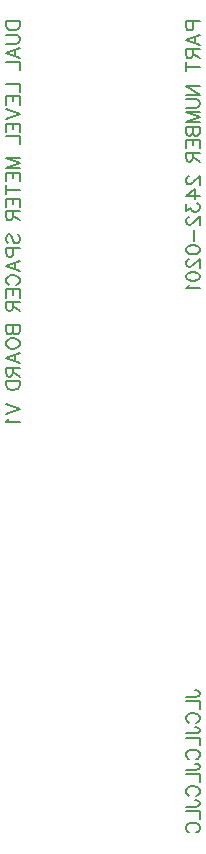
<source format=gbo>
G04 Layer: BottomSilkscreenLayer*
G04 EasyEDA v6.5.23, 2023-06-01 15:37:06*
G04 43306e0f0007461cbf8c976e7c11b117,5a6b42c53f6a479593ecc07194224c93,10*
G04 Gerber Generator version 0.2*
G04 Scale: 100 percent, Rotated: No, Reflected: No *
G04 Dimensions in millimeters *
G04 leading zeros omitted , absolute positions ,4 integer and 5 decimal *
%FSLAX45Y45*%
%MOMM*%

%ADD10C,0.2032*%

%LPD*%
D10*
X1720344Y2536192D02*
G01*
X1807720Y2536192D01*
X1823976Y2541780D01*
X1829564Y2547114D01*
X1834898Y2558036D01*
X1834898Y2568958D01*
X1829564Y2579880D01*
X1823976Y2585468D01*
X1807720Y2590802D01*
X1796798Y2590802D01*
X1720344Y2500378D02*
G01*
X1834898Y2500378D01*
X1834898Y2500378D02*
G01*
X1834898Y2434846D01*
X1747776Y2316990D02*
G01*
X1736854Y2322324D01*
X1725932Y2333246D01*
X1720344Y2344168D01*
X1720344Y2366012D01*
X1725932Y2376934D01*
X1736854Y2387856D01*
X1747776Y2393444D01*
X1764032Y2398778D01*
X1791210Y2398778D01*
X1807720Y2393444D01*
X1818642Y2387856D01*
X1829564Y2376934D01*
X1834898Y2366012D01*
X1834898Y2344168D01*
X1829564Y2333246D01*
X1818642Y2322324D01*
X1807720Y2316990D01*
X1720344Y2226566D02*
G01*
X1807720Y2226566D01*
X1823976Y2231900D01*
X1829564Y2237234D01*
X1834898Y2248156D01*
X1834898Y2259078D01*
X1829564Y2270000D01*
X1823976Y2275588D01*
X1807720Y2280922D01*
X1796798Y2280922D01*
X1720344Y2190498D02*
G01*
X1834898Y2190498D01*
X1834898Y2190498D02*
G01*
X1834898Y2124966D01*
X1747776Y2007110D02*
G01*
X1736854Y2012698D01*
X1725932Y2023620D01*
X1720344Y2034542D01*
X1720344Y2056132D01*
X1725932Y2067054D01*
X1736854Y2077976D01*
X1747776Y2083564D01*
X1764032Y2088898D01*
X1791210Y2088898D01*
X1807720Y2083564D01*
X1818642Y2077976D01*
X1829564Y2067054D01*
X1834898Y2056132D01*
X1834898Y2034542D01*
X1829564Y2023620D01*
X1818642Y2012698D01*
X1807720Y2007110D01*
X1720344Y1916686D02*
G01*
X1807720Y1916686D01*
X1823976Y1922020D01*
X1829564Y1927608D01*
X1834898Y1938530D01*
X1834898Y1949452D01*
X1829564Y1960374D01*
X1823976Y1965708D01*
X1807720Y1971042D01*
X1796798Y1971042D01*
X1720344Y1880618D02*
G01*
X1834898Y1880618D01*
X1834898Y1880618D02*
G01*
X1834898Y1815086D01*
X1747776Y1697230D02*
G01*
X1736854Y1702818D01*
X1725932Y1713740D01*
X1720344Y1724662D01*
X1720344Y1746506D01*
X1725932Y1757428D01*
X1736854Y1768350D01*
X1747776Y1773684D01*
X1764032Y1779272D01*
X1791210Y1779272D01*
X1807720Y1773684D01*
X1818642Y1768350D01*
X1829564Y1757428D01*
X1834898Y1746506D01*
X1834898Y1724662D01*
X1829564Y1713740D01*
X1818642Y1702818D01*
X1807720Y1697230D01*
X1720344Y1606806D02*
G01*
X1807720Y1606806D01*
X1823976Y1612140D01*
X1829564Y1617728D01*
X1834898Y1628650D01*
X1834898Y1639572D01*
X1829564Y1650494D01*
X1823976Y1655828D01*
X1807720Y1661416D01*
X1796798Y1661416D01*
X1720344Y1570738D02*
G01*
X1834898Y1570738D01*
X1834898Y1570738D02*
G01*
X1834898Y1505460D01*
X1747776Y1387604D02*
G01*
X1736854Y1392938D01*
X1725932Y1403860D01*
X1720344Y1414782D01*
X1720344Y1436626D01*
X1725932Y1447548D01*
X1736854Y1458470D01*
X1747776Y1463804D01*
X1764032Y1469392D01*
X1791210Y1469392D01*
X1807720Y1463804D01*
X1818642Y1458470D01*
X1829564Y1447548D01*
X1834898Y1436626D01*
X1834898Y1414782D01*
X1829564Y1403860D01*
X1818642Y1392938D01*
X1807720Y1387604D01*
X196410Y8255000D02*
G01*
X310954Y8255000D01*
X196410Y8255000D02*
G01*
X196410Y8216818D01*
X201863Y8200453D01*
X212773Y8189546D01*
X223682Y8184090D01*
X240045Y8178637D01*
X267317Y8178637D01*
X283682Y8184090D01*
X294591Y8189546D01*
X305500Y8200453D01*
X310954Y8216818D01*
X310954Y8255000D01*
X196410Y8142635D02*
G01*
X278226Y8142635D01*
X294591Y8137182D01*
X305500Y8126272D01*
X310954Y8109910D01*
X310954Y8099000D01*
X305500Y8082635D01*
X294591Y8071728D01*
X278226Y8066272D01*
X196410Y8066272D01*
X196410Y7986636D02*
G01*
X310954Y8030273D01*
X196410Y7986636D02*
G01*
X310954Y7943001D01*
X272773Y8013910D02*
G01*
X272773Y7959364D01*
X196410Y7906999D02*
G01*
X310954Y7906999D01*
X310954Y7906999D02*
G01*
X310954Y7841546D01*
X196410Y7721546D02*
G01*
X310954Y7721546D01*
X310954Y7721546D02*
G01*
X310954Y7656090D01*
X196410Y7620091D02*
G01*
X310954Y7620091D01*
X196410Y7620091D02*
G01*
X196410Y7549182D01*
X250954Y7620091D02*
G01*
X250954Y7576456D01*
X310954Y7620091D02*
G01*
X310954Y7549182D01*
X196410Y7513182D02*
G01*
X310954Y7469548D01*
X196410Y7425910D02*
G01*
X310954Y7469548D01*
X196410Y7389911D02*
G01*
X310954Y7389911D01*
X196410Y7389911D02*
G01*
X196410Y7319002D01*
X250954Y7389911D02*
G01*
X250954Y7346274D01*
X310954Y7389911D02*
G01*
X310954Y7319002D01*
X196410Y7283001D02*
G01*
X310954Y7283001D01*
X310954Y7283001D02*
G01*
X310954Y7217547D01*
X196410Y7097547D02*
G01*
X310954Y7097547D01*
X196410Y7097547D02*
G01*
X310954Y7053912D01*
X196410Y7010275D02*
G01*
X310954Y7053912D01*
X196410Y7010275D02*
G01*
X310954Y7010275D01*
X196410Y6974276D02*
G01*
X310954Y6974276D01*
X196410Y6974276D02*
G01*
X196410Y6903366D01*
X250954Y6974276D02*
G01*
X250954Y6930638D01*
X310954Y6974276D02*
G01*
X310954Y6903366D01*
X196410Y6829183D02*
G01*
X310954Y6829183D01*
X196410Y6867367D02*
G01*
X196410Y6791002D01*
X196410Y6755003D02*
G01*
X310954Y6755003D01*
X196410Y6755003D02*
G01*
X196410Y6684093D01*
X250954Y6755003D02*
G01*
X250954Y6711365D01*
X310954Y6755003D02*
G01*
X310954Y6684093D01*
X196410Y6648094D02*
G01*
X310954Y6648094D01*
X196410Y6648094D02*
G01*
X196410Y6599003D01*
X201863Y6582638D01*
X207317Y6577185D01*
X218226Y6571731D01*
X229135Y6571731D01*
X240045Y6577185D01*
X245500Y6582638D01*
X250954Y6599003D01*
X250954Y6648094D01*
X250954Y6609913D02*
G01*
X310954Y6571731D01*
X212773Y6375366D02*
G01*
X201863Y6386276D01*
X196410Y6402638D01*
X196410Y6424457D01*
X201863Y6440822D01*
X212773Y6451732D01*
X223682Y6451732D01*
X234591Y6446276D01*
X240045Y6440822D01*
X245500Y6429913D01*
X256410Y6397185D01*
X261863Y6386276D01*
X267317Y6380822D01*
X278226Y6375366D01*
X294591Y6375366D01*
X305500Y6386276D01*
X310954Y6402638D01*
X310954Y6424457D01*
X305500Y6440822D01*
X294591Y6451732D01*
X196410Y6339367D02*
G01*
X310954Y6339367D01*
X196410Y6339367D02*
G01*
X196410Y6290276D01*
X201863Y6273914D01*
X207317Y6268458D01*
X218226Y6263004D01*
X234591Y6263004D01*
X245500Y6268458D01*
X250954Y6273914D01*
X256410Y6290276D01*
X256410Y6339367D01*
X196410Y6183368D02*
G01*
X310954Y6227003D01*
X196410Y6183368D02*
G01*
X310954Y6139731D01*
X272773Y6210640D02*
G01*
X272773Y6156093D01*
X223682Y6021913D02*
G01*
X212773Y6027369D01*
X201863Y6038275D01*
X196410Y6049185D01*
X196410Y6071003D01*
X201863Y6081913D01*
X212773Y6092822D01*
X223682Y6098275D01*
X240045Y6103731D01*
X267317Y6103731D01*
X283682Y6098275D01*
X294591Y6092822D01*
X305500Y6081913D01*
X310954Y6071003D01*
X310954Y6049185D01*
X305500Y6038275D01*
X294591Y6027369D01*
X283682Y6021913D01*
X196410Y5985913D02*
G01*
X310954Y5985913D01*
X196410Y5985913D02*
G01*
X196410Y5915004D01*
X250954Y5985913D02*
G01*
X250954Y5942276D01*
X310954Y5985913D02*
G01*
X310954Y5915004D01*
X196410Y5879005D02*
G01*
X310954Y5879005D01*
X196410Y5879005D02*
G01*
X196410Y5829914D01*
X201863Y5813549D01*
X207317Y5808096D01*
X218226Y5802640D01*
X229135Y5802640D01*
X240045Y5808096D01*
X245500Y5813549D01*
X250954Y5829914D01*
X250954Y5879005D01*
X250954Y5840823D02*
G01*
X310954Y5802640D01*
X196410Y5682640D02*
G01*
X310954Y5682640D01*
X196410Y5682640D02*
G01*
X196410Y5633549D01*
X201863Y5617187D01*
X207317Y5611733D01*
X218226Y5606277D01*
X229135Y5606277D01*
X240045Y5611733D01*
X245500Y5617187D01*
X250954Y5633549D01*
X250954Y5682640D02*
G01*
X250954Y5633549D01*
X256410Y5617187D01*
X261863Y5611733D01*
X272773Y5606277D01*
X289135Y5606277D01*
X300045Y5611733D01*
X305500Y5617187D01*
X310954Y5633549D01*
X310954Y5682640D01*
X196410Y5537550D02*
G01*
X201863Y5548459D01*
X212773Y5559369D01*
X223682Y5564822D01*
X240045Y5570278D01*
X267317Y5570278D01*
X283682Y5564822D01*
X294591Y5559369D01*
X305500Y5548459D01*
X310954Y5537550D01*
X310954Y5515731D01*
X305500Y5504822D01*
X294591Y5493915D01*
X283682Y5488459D01*
X267317Y5483006D01*
X240045Y5483006D01*
X223682Y5488459D01*
X212773Y5493915D01*
X201863Y5504822D01*
X196410Y5515731D01*
X196410Y5537550D01*
X196410Y5403369D02*
G01*
X310954Y5447004D01*
X196410Y5403369D02*
G01*
X310954Y5359732D01*
X272773Y5430641D02*
G01*
X272773Y5376095D01*
X196410Y5323733D02*
G01*
X310954Y5323733D01*
X196410Y5323733D02*
G01*
X196410Y5274642D01*
X201863Y5258277D01*
X207317Y5252824D01*
X218226Y5247370D01*
X229135Y5247370D01*
X240045Y5252824D01*
X245500Y5258277D01*
X250954Y5274642D01*
X250954Y5323733D01*
X250954Y5285552D02*
G01*
X310954Y5247370D01*
X196410Y5211368D02*
G01*
X310954Y5211368D01*
X196410Y5211368D02*
G01*
X196410Y5173187D01*
X201863Y5156824D01*
X212773Y5145915D01*
X223682Y5140459D01*
X240045Y5135006D01*
X267317Y5135006D01*
X283682Y5140459D01*
X294591Y5145915D01*
X305500Y5156824D01*
X310954Y5173187D01*
X310954Y5211368D01*
X196410Y5015006D02*
G01*
X310954Y4971369D01*
X196410Y4927734D02*
G01*
X310954Y4971369D01*
X218226Y4891735D02*
G01*
X212773Y4880825D01*
X196410Y4864460D01*
X310954Y4864460D01*
X1720410Y8255000D02*
G01*
X1834954Y8255000D01*
X1720410Y8255000D02*
G01*
X1720410Y8205909D01*
X1725863Y8189546D01*
X1731317Y8184090D01*
X1742226Y8178637D01*
X1758591Y8178637D01*
X1769500Y8184090D01*
X1774954Y8189546D01*
X1780410Y8205909D01*
X1780410Y8255000D01*
X1720410Y8099000D02*
G01*
X1834954Y8142635D01*
X1720410Y8099000D02*
G01*
X1834954Y8055363D01*
X1796773Y8126272D02*
G01*
X1796773Y8071728D01*
X1720410Y8019364D02*
G01*
X1834954Y8019364D01*
X1720410Y8019364D02*
G01*
X1720410Y7970273D01*
X1725863Y7953910D01*
X1731317Y7948455D01*
X1742226Y7943000D01*
X1753135Y7943000D01*
X1764045Y7948455D01*
X1769500Y7953910D01*
X1774954Y7970273D01*
X1774954Y8019364D01*
X1774954Y7981182D02*
G01*
X1834954Y7943000D01*
X1720410Y7868818D02*
G01*
X1834954Y7868818D01*
X1720410Y7906999D02*
G01*
X1720410Y7830637D01*
X1720410Y7710637D02*
G01*
X1834954Y7710637D01*
X1720410Y7710637D02*
G01*
X1834954Y7634274D01*
X1720410Y7634274D02*
G01*
X1834954Y7634274D01*
X1720410Y7598272D02*
G01*
X1802226Y7598272D01*
X1818591Y7592819D01*
X1829500Y7581910D01*
X1834954Y7565547D01*
X1834954Y7554638D01*
X1829500Y7538272D01*
X1818591Y7527366D01*
X1802226Y7521910D01*
X1720410Y7521910D01*
X1720410Y7485910D02*
G01*
X1834954Y7485910D01*
X1720410Y7485910D02*
G01*
X1834954Y7442273D01*
X1720410Y7398638D02*
G01*
X1834954Y7442273D01*
X1720410Y7398638D02*
G01*
X1834954Y7398638D01*
X1720410Y7362637D02*
G01*
X1834954Y7362637D01*
X1720410Y7362637D02*
G01*
X1720410Y7313546D01*
X1725863Y7297183D01*
X1731317Y7291730D01*
X1742226Y7286274D01*
X1753135Y7286274D01*
X1764045Y7291730D01*
X1769500Y7297183D01*
X1774954Y7313546D01*
X1774954Y7362637D02*
G01*
X1774954Y7313546D01*
X1780410Y7297183D01*
X1785863Y7291730D01*
X1796773Y7286274D01*
X1813135Y7286274D01*
X1824045Y7291730D01*
X1829500Y7297183D01*
X1834954Y7313546D01*
X1834954Y7362637D01*
X1720410Y7250275D02*
G01*
X1834954Y7250275D01*
X1720410Y7250275D02*
G01*
X1720410Y7179365D01*
X1774954Y7250275D02*
G01*
X1774954Y7206637D01*
X1834954Y7250275D02*
G01*
X1834954Y7179365D01*
X1720410Y7143366D02*
G01*
X1834954Y7143366D01*
X1720410Y7143366D02*
G01*
X1720410Y7094275D01*
X1725863Y7077910D01*
X1731317Y7072457D01*
X1742226Y7067001D01*
X1753135Y7067001D01*
X1764045Y7072457D01*
X1769500Y7077910D01*
X1774954Y7094275D01*
X1774954Y7143366D01*
X1774954Y7105185D02*
G01*
X1834954Y7067001D01*
X1747682Y6941548D02*
G01*
X1742226Y6941548D01*
X1731317Y6936092D01*
X1725863Y6930638D01*
X1720410Y6919729D01*
X1720410Y6897911D01*
X1725863Y6887001D01*
X1731317Y6881548D01*
X1742226Y6876092D01*
X1753135Y6876092D01*
X1764045Y6881548D01*
X1780410Y6892457D01*
X1834954Y6947001D01*
X1834954Y6870639D01*
X1720410Y6780093D02*
G01*
X1796773Y6834639D01*
X1796773Y6752821D01*
X1720410Y6780093D02*
G01*
X1834954Y6780093D01*
X1720410Y6705912D02*
G01*
X1720410Y6645912D01*
X1764045Y6678640D01*
X1764045Y6662275D01*
X1769500Y6651365D01*
X1774954Y6645912D01*
X1791317Y6640456D01*
X1802226Y6640456D01*
X1818591Y6645912D01*
X1829500Y6656821D01*
X1834954Y6673184D01*
X1834954Y6689549D01*
X1829500Y6705912D01*
X1824045Y6711365D01*
X1813135Y6716821D01*
X1747682Y6599003D02*
G01*
X1742226Y6599003D01*
X1731317Y6593547D01*
X1725863Y6588094D01*
X1720410Y6577185D01*
X1720410Y6555366D01*
X1725863Y6544457D01*
X1731317Y6539003D01*
X1742226Y6533548D01*
X1753135Y6533548D01*
X1764045Y6539003D01*
X1780410Y6549913D01*
X1834954Y6604457D01*
X1834954Y6528094D01*
X1785863Y6492095D02*
G01*
X1785863Y6393914D01*
X1720410Y6325186D02*
G01*
X1725863Y6341549D01*
X1742226Y6352458D01*
X1769500Y6357912D01*
X1785863Y6357912D01*
X1813135Y6352458D01*
X1829500Y6341549D01*
X1834954Y6325186D01*
X1834954Y6314277D01*
X1829500Y6297912D01*
X1813135Y6287002D01*
X1785863Y6281549D01*
X1769500Y6281549D01*
X1742226Y6287002D01*
X1725863Y6297912D01*
X1720410Y6314277D01*
X1720410Y6325186D01*
X1747682Y6240094D02*
G01*
X1742226Y6240094D01*
X1731317Y6234640D01*
X1725863Y6229184D01*
X1720410Y6218275D01*
X1720410Y6196459D01*
X1725863Y6185550D01*
X1731317Y6180094D01*
X1742226Y6174640D01*
X1753135Y6174640D01*
X1764045Y6180094D01*
X1780410Y6191003D01*
X1834954Y6245550D01*
X1834954Y6169185D01*
X1720410Y6100457D02*
G01*
X1725863Y6116822D01*
X1742226Y6127732D01*
X1769500Y6133185D01*
X1785863Y6133185D01*
X1813135Y6127732D01*
X1829500Y6116822D01*
X1834954Y6100457D01*
X1834954Y6089550D01*
X1829500Y6073185D01*
X1813135Y6062276D01*
X1785863Y6056823D01*
X1769500Y6056823D01*
X1742226Y6062276D01*
X1725863Y6073185D01*
X1720410Y6089550D01*
X1720410Y6100457D01*
X1742226Y6020823D02*
G01*
X1736773Y6009914D01*
X1720410Y5993549D01*
X1834954Y5993549D01*
M02*

</source>
